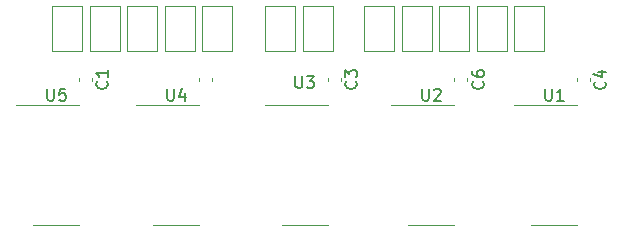
<source format=gbr>
%TF.GenerationSoftware,KiCad,Pcbnew,7.0.8*%
%TF.CreationDate,2023-11-11T12:56:24-08:00*%
%TF.ProjectId,LED Project,4c454420-5072-46f6-9a65-63742e6b6963,rev?*%
%TF.SameCoordinates,Original*%
%TF.FileFunction,Legend,Top*%
%TF.FilePolarity,Positive*%
%FSLAX46Y46*%
G04 Gerber Fmt 4.6, Leading zero omitted, Abs format (unit mm)*
G04 Created by KiCad (PCBNEW 7.0.8) date 2023-11-11 12:56:24*
%MOMM*%
%LPD*%
G01*
G04 APERTURE LIST*
%ADD10C,0.150000*%
%ADD11C,0.120000*%
%ADD12C,0.100000*%
G04 APERTURE END LIST*
D10*
X156021095Y-92741819D02*
X156021095Y-93551342D01*
X156021095Y-93551342D02*
X156068714Y-93646580D01*
X156068714Y-93646580D02*
X156116333Y-93694200D01*
X156116333Y-93694200D02*
X156211571Y-93741819D01*
X156211571Y-93741819D02*
X156402047Y-93741819D01*
X156402047Y-93741819D02*
X156497285Y-93694200D01*
X156497285Y-93694200D02*
X156544904Y-93646580D01*
X156544904Y-93646580D02*
X156592523Y-93551342D01*
X156592523Y-93551342D02*
X156592523Y-92741819D01*
X157544904Y-92741819D02*
X157068714Y-92741819D01*
X157068714Y-92741819D02*
X157021095Y-93218009D01*
X157021095Y-93218009D02*
X157068714Y-93170390D01*
X157068714Y-93170390D02*
X157163952Y-93122771D01*
X157163952Y-93122771D02*
X157402047Y-93122771D01*
X157402047Y-93122771D02*
X157497285Y-93170390D01*
X157497285Y-93170390D02*
X157544904Y-93218009D01*
X157544904Y-93218009D02*
X157592523Y-93313247D01*
X157592523Y-93313247D02*
X157592523Y-93551342D01*
X157592523Y-93551342D02*
X157544904Y-93646580D01*
X157544904Y-93646580D02*
X157497285Y-93694200D01*
X157497285Y-93694200D02*
X157402047Y-93741819D01*
X157402047Y-93741819D02*
X157163952Y-93741819D01*
X157163952Y-93741819D02*
X157068714Y-93694200D01*
X157068714Y-93694200D02*
X157021095Y-93646580D01*
X166181095Y-92741819D02*
X166181095Y-93551342D01*
X166181095Y-93551342D02*
X166228714Y-93646580D01*
X166228714Y-93646580D02*
X166276333Y-93694200D01*
X166276333Y-93694200D02*
X166371571Y-93741819D01*
X166371571Y-93741819D02*
X166562047Y-93741819D01*
X166562047Y-93741819D02*
X166657285Y-93694200D01*
X166657285Y-93694200D02*
X166704904Y-93646580D01*
X166704904Y-93646580D02*
X166752523Y-93551342D01*
X166752523Y-93551342D02*
X166752523Y-92741819D01*
X167657285Y-93075152D02*
X167657285Y-93741819D01*
X167419190Y-92694200D02*
X167181095Y-93408485D01*
X167181095Y-93408485D02*
X167800142Y-93408485D01*
X187771095Y-92741819D02*
X187771095Y-93551342D01*
X187771095Y-93551342D02*
X187818714Y-93646580D01*
X187818714Y-93646580D02*
X187866333Y-93694200D01*
X187866333Y-93694200D02*
X187961571Y-93741819D01*
X187961571Y-93741819D02*
X188152047Y-93741819D01*
X188152047Y-93741819D02*
X188247285Y-93694200D01*
X188247285Y-93694200D02*
X188294904Y-93646580D01*
X188294904Y-93646580D02*
X188342523Y-93551342D01*
X188342523Y-93551342D02*
X188342523Y-92741819D01*
X188771095Y-92837057D02*
X188818714Y-92789438D01*
X188818714Y-92789438D02*
X188913952Y-92741819D01*
X188913952Y-92741819D02*
X189152047Y-92741819D01*
X189152047Y-92741819D02*
X189247285Y-92789438D01*
X189247285Y-92789438D02*
X189294904Y-92837057D01*
X189294904Y-92837057D02*
X189342523Y-92932295D01*
X189342523Y-92932295D02*
X189342523Y-93027533D01*
X189342523Y-93027533D02*
X189294904Y-93170390D01*
X189294904Y-93170390D02*
X188723476Y-93741819D01*
X188723476Y-93741819D02*
X189342523Y-93741819D01*
X192891580Y-92114666D02*
X192939200Y-92162285D01*
X192939200Y-92162285D02*
X192986819Y-92305142D01*
X192986819Y-92305142D02*
X192986819Y-92400380D01*
X192986819Y-92400380D02*
X192939200Y-92543237D01*
X192939200Y-92543237D02*
X192843961Y-92638475D01*
X192843961Y-92638475D02*
X192748723Y-92686094D01*
X192748723Y-92686094D02*
X192558247Y-92733713D01*
X192558247Y-92733713D02*
X192415390Y-92733713D01*
X192415390Y-92733713D02*
X192224914Y-92686094D01*
X192224914Y-92686094D02*
X192129676Y-92638475D01*
X192129676Y-92638475D02*
X192034438Y-92543237D01*
X192034438Y-92543237D02*
X191986819Y-92400380D01*
X191986819Y-92400380D02*
X191986819Y-92305142D01*
X191986819Y-92305142D02*
X192034438Y-92162285D01*
X192034438Y-92162285D02*
X192082057Y-92114666D01*
X191986819Y-91257523D02*
X191986819Y-91447999D01*
X191986819Y-91447999D02*
X192034438Y-91543237D01*
X192034438Y-91543237D02*
X192082057Y-91590856D01*
X192082057Y-91590856D02*
X192224914Y-91686094D01*
X192224914Y-91686094D02*
X192415390Y-91733713D01*
X192415390Y-91733713D02*
X192796342Y-91733713D01*
X192796342Y-91733713D02*
X192891580Y-91686094D01*
X192891580Y-91686094D02*
X192939200Y-91638475D01*
X192939200Y-91638475D02*
X192986819Y-91543237D01*
X192986819Y-91543237D02*
X192986819Y-91352761D01*
X192986819Y-91352761D02*
X192939200Y-91257523D01*
X192939200Y-91257523D02*
X192891580Y-91209904D01*
X192891580Y-91209904D02*
X192796342Y-91162285D01*
X192796342Y-91162285D02*
X192558247Y-91162285D01*
X192558247Y-91162285D02*
X192463009Y-91209904D01*
X192463009Y-91209904D02*
X192415390Y-91257523D01*
X192415390Y-91257523D02*
X192367771Y-91352761D01*
X192367771Y-91352761D02*
X192367771Y-91543237D01*
X192367771Y-91543237D02*
X192415390Y-91638475D01*
X192415390Y-91638475D02*
X192463009Y-91686094D01*
X192463009Y-91686094D02*
X192558247Y-91733713D01*
X161047580Y-92101666D02*
X161095200Y-92149285D01*
X161095200Y-92149285D02*
X161142819Y-92292142D01*
X161142819Y-92292142D02*
X161142819Y-92387380D01*
X161142819Y-92387380D02*
X161095200Y-92530237D01*
X161095200Y-92530237D02*
X160999961Y-92625475D01*
X160999961Y-92625475D02*
X160904723Y-92673094D01*
X160904723Y-92673094D02*
X160714247Y-92720713D01*
X160714247Y-92720713D02*
X160571390Y-92720713D01*
X160571390Y-92720713D02*
X160380914Y-92673094D01*
X160380914Y-92673094D02*
X160285676Y-92625475D01*
X160285676Y-92625475D02*
X160190438Y-92530237D01*
X160190438Y-92530237D02*
X160142819Y-92387380D01*
X160142819Y-92387380D02*
X160142819Y-92292142D01*
X160142819Y-92292142D02*
X160190438Y-92149285D01*
X160190438Y-92149285D02*
X160238057Y-92101666D01*
X161142819Y-91149285D02*
X161142819Y-91720713D01*
X161142819Y-91434999D02*
X160142819Y-91434999D01*
X160142819Y-91434999D02*
X160285676Y-91530237D01*
X160285676Y-91530237D02*
X160380914Y-91625475D01*
X160380914Y-91625475D02*
X160428533Y-91720713D01*
X198185095Y-92741819D02*
X198185095Y-93551342D01*
X198185095Y-93551342D02*
X198232714Y-93646580D01*
X198232714Y-93646580D02*
X198280333Y-93694200D01*
X198280333Y-93694200D02*
X198375571Y-93741819D01*
X198375571Y-93741819D02*
X198566047Y-93741819D01*
X198566047Y-93741819D02*
X198661285Y-93694200D01*
X198661285Y-93694200D02*
X198708904Y-93646580D01*
X198708904Y-93646580D02*
X198756523Y-93551342D01*
X198756523Y-93551342D02*
X198756523Y-92741819D01*
X199756523Y-93741819D02*
X199185095Y-93741819D01*
X199470809Y-93741819D02*
X199470809Y-92741819D01*
X199470809Y-92741819D02*
X199375571Y-92884676D01*
X199375571Y-92884676D02*
X199280333Y-92979914D01*
X199280333Y-92979914D02*
X199185095Y-93027533D01*
X177038095Y-91656819D02*
X177038095Y-92466342D01*
X177038095Y-92466342D02*
X177085714Y-92561580D01*
X177085714Y-92561580D02*
X177133333Y-92609200D01*
X177133333Y-92609200D02*
X177228571Y-92656819D01*
X177228571Y-92656819D02*
X177419047Y-92656819D01*
X177419047Y-92656819D02*
X177514285Y-92609200D01*
X177514285Y-92609200D02*
X177561904Y-92561580D01*
X177561904Y-92561580D02*
X177609523Y-92466342D01*
X177609523Y-92466342D02*
X177609523Y-91656819D01*
X177990476Y-91656819D02*
X178609523Y-91656819D01*
X178609523Y-91656819D02*
X178276190Y-92037771D01*
X178276190Y-92037771D02*
X178419047Y-92037771D01*
X178419047Y-92037771D02*
X178514285Y-92085390D01*
X178514285Y-92085390D02*
X178561904Y-92133009D01*
X178561904Y-92133009D02*
X178609523Y-92228247D01*
X178609523Y-92228247D02*
X178609523Y-92466342D01*
X178609523Y-92466342D02*
X178561904Y-92561580D01*
X178561904Y-92561580D02*
X178514285Y-92609200D01*
X178514285Y-92609200D02*
X178419047Y-92656819D01*
X178419047Y-92656819D02*
X178133333Y-92656819D01*
X178133333Y-92656819D02*
X178038095Y-92609200D01*
X178038095Y-92609200D02*
X177990476Y-92561580D01*
X182129580Y-92101666D02*
X182177200Y-92149285D01*
X182177200Y-92149285D02*
X182224819Y-92292142D01*
X182224819Y-92292142D02*
X182224819Y-92387380D01*
X182224819Y-92387380D02*
X182177200Y-92530237D01*
X182177200Y-92530237D02*
X182081961Y-92625475D01*
X182081961Y-92625475D02*
X181986723Y-92673094D01*
X181986723Y-92673094D02*
X181796247Y-92720713D01*
X181796247Y-92720713D02*
X181653390Y-92720713D01*
X181653390Y-92720713D02*
X181462914Y-92673094D01*
X181462914Y-92673094D02*
X181367676Y-92625475D01*
X181367676Y-92625475D02*
X181272438Y-92530237D01*
X181272438Y-92530237D02*
X181224819Y-92387380D01*
X181224819Y-92387380D02*
X181224819Y-92292142D01*
X181224819Y-92292142D02*
X181272438Y-92149285D01*
X181272438Y-92149285D02*
X181320057Y-92101666D01*
X181224819Y-91768332D02*
X181224819Y-91149285D01*
X181224819Y-91149285D02*
X181605771Y-91482618D01*
X181605771Y-91482618D02*
X181605771Y-91339761D01*
X181605771Y-91339761D02*
X181653390Y-91244523D01*
X181653390Y-91244523D02*
X181701009Y-91196904D01*
X181701009Y-91196904D02*
X181796247Y-91149285D01*
X181796247Y-91149285D02*
X182034342Y-91149285D01*
X182034342Y-91149285D02*
X182129580Y-91196904D01*
X182129580Y-91196904D02*
X182177200Y-91244523D01*
X182177200Y-91244523D02*
X182224819Y-91339761D01*
X182224819Y-91339761D02*
X182224819Y-91625475D01*
X182224819Y-91625475D02*
X182177200Y-91720713D01*
X182177200Y-91720713D02*
X182129580Y-91768332D01*
X203211580Y-92127666D02*
X203259200Y-92175285D01*
X203259200Y-92175285D02*
X203306819Y-92318142D01*
X203306819Y-92318142D02*
X203306819Y-92413380D01*
X203306819Y-92413380D02*
X203259200Y-92556237D01*
X203259200Y-92556237D02*
X203163961Y-92651475D01*
X203163961Y-92651475D02*
X203068723Y-92699094D01*
X203068723Y-92699094D02*
X202878247Y-92746713D01*
X202878247Y-92746713D02*
X202735390Y-92746713D01*
X202735390Y-92746713D02*
X202544914Y-92699094D01*
X202544914Y-92699094D02*
X202449676Y-92651475D01*
X202449676Y-92651475D02*
X202354438Y-92556237D01*
X202354438Y-92556237D02*
X202306819Y-92413380D01*
X202306819Y-92413380D02*
X202306819Y-92318142D01*
X202306819Y-92318142D02*
X202354438Y-92175285D01*
X202354438Y-92175285D02*
X202402057Y-92127666D01*
X202640152Y-91270523D02*
X203306819Y-91270523D01*
X202259200Y-91508618D02*
X202973485Y-91746713D01*
X202973485Y-91746713D02*
X202973485Y-91127666D01*
D11*
%TO.C,U5*%
X156783000Y-94127000D02*
X153333000Y-94127000D01*
X156783000Y-94127000D02*
X158733000Y-94127000D01*
X156783000Y-104247000D02*
X154833000Y-104247000D01*
X156783000Y-104247000D02*
X158733000Y-104247000D01*
%TO.C,C2*%
X169928000Y-91794420D02*
X169928000Y-92075580D01*
X168908000Y-91794420D02*
X168908000Y-92075580D01*
%TO.C,U4*%
X166943000Y-94127000D02*
X163493000Y-94127000D01*
X166943000Y-94127000D02*
X168893000Y-94127000D01*
X166943000Y-104247000D02*
X164993000Y-104247000D01*
X166943000Y-104247000D02*
X168893000Y-104247000D01*
%TO.C,U2*%
X188533000Y-94127000D02*
X185083000Y-94127000D01*
X188533000Y-94127000D02*
X190483000Y-94127000D01*
X188533000Y-104247000D02*
X186583000Y-104247000D01*
X188533000Y-104247000D02*
X190483000Y-104247000D01*
%TO.C,C6*%
X191518000Y-91820420D02*
X191518000Y-92101580D01*
X190498000Y-91820420D02*
X190498000Y-92101580D01*
%TO.C,C1*%
X159768000Y-91794420D02*
X159768000Y-92075580D01*
X158748000Y-91794420D02*
X158748000Y-92075580D01*
%TO.C,U1*%
X198947000Y-94127000D02*
X195497000Y-94127000D01*
X198947000Y-94127000D02*
X200897000Y-94127000D01*
X198947000Y-104247000D02*
X196997000Y-104247000D01*
X198947000Y-104247000D02*
X200897000Y-104247000D01*
%TO.C,U3*%
X177865000Y-94127000D02*
X174415000Y-94127000D01*
X177865000Y-94127000D02*
X179815000Y-94127000D01*
X177865000Y-104247000D02*
X175915000Y-104247000D01*
X177865000Y-104247000D02*
X179815000Y-104247000D01*
D12*
%TO.C,Conn2*%
X182880000Y-85698000D02*
X185420000Y-85698000D01*
X185420000Y-85698000D02*
X185420000Y-89508000D01*
X185420000Y-89508000D02*
X182880000Y-89508000D01*
X182880000Y-89508000D02*
X182880000Y-85698000D01*
X186055000Y-85698000D02*
X188595000Y-85698000D01*
X188595000Y-85698000D02*
X188595000Y-89508000D01*
X188595000Y-89508000D02*
X186055000Y-89508000D01*
X186055000Y-89508000D02*
X186055000Y-85698000D01*
X189230000Y-85698000D02*
X191770000Y-85698000D01*
X191770000Y-85698000D02*
X191770000Y-89508000D01*
X191770000Y-89508000D02*
X189230000Y-89508000D01*
X189230000Y-89508000D02*
X189230000Y-85698000D01*
X192405000Y-85698000D02*
X194945000Y-85698000D01*
X194945000Y-85698000D02*
X194945000Y-89508000D01*
X194945000Y-89508000D02*
X192405000Y-89508000D01*
X192405000Y-89508000D02*
X192405000Y-85698000D01*
X195580000Y-85698000D02*
X198120000Y-85698000D01*
X198120000Y-85698000D02*
X198120000Y-89508000D01*
X198120000Y-89508000D02*
X195580000Y-89508000D01*
X195580000Y-89508000D02*
X195580000Y-85698000D01*
%TO.C,Conn1*%
X169164000Y-85725000D02*
X171704000Y-85725000D01*
X171704000Y-85725000D02*
X171704000Y-89535000D01*
X171704000Y-89535000D02*
X169164000Y-89535000D01*
X169164000Y-89535000D02*
X169164000Y-85725000D01*
X165989000Y-85725000D02*
X168529000Y-85725000D01*
X168529000Y-85725000D02*
X168529000Y-89535000D01*
X168529000Y-89535000D02*
X165989000Y-89535000D01*
X165989000Y-89535000D02*
X165989000Y-85725000D01*
X162814000Y-85725000D02*
X165354000Y-85725000D01*
X165354000Y-85725000D02*
X165354000Y-89535000D01*
X165354000Y-89535000D02*
X162814000Y-89535000D01*
X162814000Y-89535000D02*
X162814000Y-85725000D01*
X159639000Y-85725000D02*
X162179000Y-85725000D01*
X162179000Y-85725000D02*
X162179000Y-89535000D01*
X162179000Y-89535000D02*
X159639000Y-89535000D01*
X159639000Y-89535000D02*
X159639000Y-85725000D01*
X156464000Y-85725000D02*
X159004000Y-85725000D01*
X159004000Y-85725000D02*
X159004000Y-89535000D01*
X159004000Y-89535000D02*
X156464000Y-89535000D01*
X156464000Y-89535000D02*
X156464000Y-85725000D01*
D11*
%TO.C,C3*%
X180850000Y-91794420D02*
X180850000Y-92075580D01*
X179830000Y-91794420D02*
X179830000Y-92075580D01*
D12*
%TO.C,Conn3*%
X174498000Y-85725000D02*
X177038000Y-85725000D01*
X177038000Y-85725000D02*
X177038000Y-89535000D01*
X177038000Y-89535000D02*
X174498000Y-89535000D01*
X174498000Y-89535000D02*
X174498000Y-85725000D01*
X177673000Y-85725000D02*
X180213000Y-85725000D01*
X180213000Y-85725000D02*
X180213000Y-89535000D01*
X180213000Y-89535000D02*
X177673000Y-89535000D01*
X177673000Y-89535000D02*
X177673000Y-85725000D01*
D11*
%TO.C,C4*%
X201932000Y-91820420D02*
X201932000Y-92101580D01*
X200912000Y-91820420D02*
X200912000Y-92101580D01*
%TD*%
M02*

</source>
